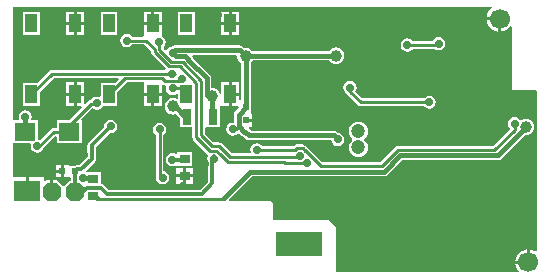
<source format=gbl>
G04 Layer_Physical_Order=2*
G04 Layer_Color=16711680*
%FSLAX25Y25*%
%MOIN*%
G70*
G01*
G75*
%ADD10R,0.01969X0.02362*%
%ADD11R,0.02362X0.01969*%
%ADD12R,0.03543X0.03150*%
%ADD43C,0.00984*%
%ADD44C,0.01181*%
%ADD45C,0.01575*%
%ADD49C,0.03937*%
%ADD50R,0.15748X0.07874*%
%ADD51R,0.09055X0.07087*%
%ADD52C,0.04724*%
%ADD53C,0.06693*%
G04:AMPARAMS|DCode=54|XSize=59.06mil|YSize=59.06mil|CornerRadius=0mil|HoleSize=0mil|Usage=FLASHONLY|Rotation=90.000|XOffset=0mil|YOffset=0mil|HoleType=Round|Shape=Octagon|*
%AMOCTAGOND54*
4,1,8,0.01476,0.02953,-0.01476,0.02953,-0.02953,0.01476,-0.02953,-0.01476,-0.01476,-0.02953,0.01476,-0.02953,0.02953,-0.01476,0.02953,0.01476,0.01476,0.02953,0.0*
%
%ADD54OCTAGOND54*%

%ADD55C,0.02756*%
%ADD56C,0.01969*%
%ADD57R,0.03150X0.05512*%
%ADD58R,0.03937X0.05906*%
%ADD59R,0.06890X0.05906*%
G36*
X44620Y-26165D02*
Y-29618D01*
X50557D01*
Y-27040D01*
X51057Y-26773D01*
X51240Y-26895D01*
X51739Y-26995D01*
X51848D01*
X52158Y-27495D01*
X52027Y-28151D01*
X52195Y-28996D01*
X52674Y-29712D01*
X53390Y-30191D01*
X54235Y-30359D01*
X55080Y-30191D01*
X55602Y-29842D01*
X56102Y-30085D01*
Y-31475D01*
X55602Y-31697D01*
X55050Y-31469D01*
X54331Y-31374D01*
X53611Y-31469D01*
X52941Y-31746D01*
X52365Y-32188D01*
X51923Y-32764D01*
X51646Y-33434D01*
X51551Y-34154D01*
X51646Y-34873D01*
X51923Y-35543D01*
X52365Y-36119D01*
X52941Y-36561D01*
X53611Y-36838D01*
X54331Y-36933D01*
X55050Y-36838D01*
X55252Y-36755D01*
X56595Y-38098D01*
Y-41142D01*
X60802D01*
Y-44488D01*
X60901Y-44987D01*
X61184Y-45411D01*
X65708Y-49935D01*
X66131Y-50218D01*
X66166Y-50301D01*
X65877Y-50732D01*
X65709Y-51577D01*
X65877Y-52422D01*
X66115Y-52778D01*
Y-59261D01*
X63394Y-61981D01*
X33062D01*
X31308Y-60227D01*
X30853Y-59922D01*
X30413Y-59835D01*
Y-56102D01*
X25457D01*
X25218Y-55634D01*
X28257Y-52595D01*
X28562Y-52139D01*
X28669Y-51601D01*
Y-47731D01*
X33380Y-43020D01*
X33565Y-43056D01*
X34409Y-42888D01*
X35126Y-42410D01*
X35604Y-41693D01*
X35772Y-40848D01*
X35604Y-40004D01*
X35126Y-39287D01*
X34409Y-38809D01*
X33565Y-38641D01*
X32720Y-38809D01*
X32004Y-39287D01*
X31525Y-40004D01*
X31357Y-40848D01*
X31394Y-41033D01*
X26270Y-46156D01*
X25966Y-46612D01*
X25859Y-47149D01*
Y-51020D01*
X23103Y-53776D01*
X22260D01*
X21723Y-53883D01*
X21641Y-53937D01*
X20034D01*
X19622Y-53724D01*
X19352Y-53724D01*
X17941D01*
Y-55709D01*
Y-57693D01*
X19622D01*
X19749Y-57628D01*
X20249Y-57932D01*
Y-59055D01*
X19783D01*
X18268Y-60570D01*
X17831Y-60720D01*
X17646Y-60536D01*
X15854Y-58744D01*
X14378D01*
Y-62697D01*
X13378D01*
Y-58744D01*
X11902D01*
X11698Y-58947D01*
X11236Y-58756D01*
Y-57760D01*
X6209D01*
Y-62303D01*
X5209D01*
Y-57760D01*
X1083D01*
Y-46260D01*
X6785D01*
X7082Y-46760D01*
X6946Y-47443D01*
X7114Y-48288D01*
X7593Y-49004D01*
X8309Y-49483D01*
X9154Y-49651D01*
X9999Y-49483D01*
X10715Y-49004D01*
X11194Y-48288D01*
X11281Y-47847D01*
X15051Y-44077D01*
X15551Y-44284D01*
Y-46260D01*
X24016D01*
Y-38780D01*
X24016Y-38780D01*
X24016D01*
X23835Y-38344D01*
X27509Y-34671D01*
X27531D01*
X28192Y-35112D01*
X29037Y-35280D01*
X29882Y-35112D01*
X30598Y-34634D01*
X31077Y-33917D01*
X31088Y-33858D01*
X35778D01*
Y-29207D01*
X38877Y-26108D01*
X44144D01*
X44620Y-26165D01*
D02*
G37*
G36*
X160755Y-1386D02*
X160187Y-1821D01*
X159491Y-2729D01*
X159053Y-3787D01*
X158969Y-4421D01*
X163287D01*
Y-4921D01*
X163787D01*
Y-9239D01*
X164422Y-9156D01*
X165479Y-8718D01*
X166387Y-8021D01*
X166823Y-7454D01*
X167323Y-7623D01*
Y-28543D01*
X175434D01*
X175787Y-28897D01*
X175701Y-82278D01*
X175252Y-82498D01*
X175027Y-82325D01*
X173969Y-81888D01*
X173335Y-81804D01*
Y-86122D01*
X172835D01*
Y-86622D01*
X168517D01*
X168600Y-87257D01*
X169038Y-88314D01*
X169540Y-88968D01*
X169294Y-89468D01*
X108661D01*
Y-74311D01*
X106398Y-72047D01*
X87992D01*
X87697Y-71752D01*
Y-66535D01*
X87106Y-65847D01*
X73065D01*
X72874Y-65385D01*
X80747Y-57511D01*
X124692D01*
X124692Y-57511D01*
X125306Y-57389D01*
X125827Y-57041D01*
X130770Y-52098D01*
X162598D01*
X162598Y-52098D01*
X163213Y-51976D01*
X163734Y-51627D01*
X171598Y-43764D01*
X172047Y-43823D01*
X172767Y-43728D01*
X173437Y-43451D01*
X174013Y-43009D01*
X174454Y-42433D01*
X174732Y-41763D01*
X174827Y-41043D01*
X174732Y-40324D01*
X174454Y-39654D01*
X174013Y-39078D01*
X173437Y-38636D01*
X172767Y-38358D01*
X172047Y-38264D01*
X171328Y-38358D01*
X170657Y-38636D01*
X170509Y-38750D01*
X170015Y-38669D01*
X169770Y-38301D01*
X169053Y-37822D01*
X168209Y-37654D01*
X167364Y-37822D01*
X166648Y-38301D01*
X166169Y-39017D01*
X166001Y-39862D01*
X166169Y-40707D01*
X166648Y-41423D01*
X166667Y-41625D01*
X160975Y-47317D01*
X129331D01*
X128832Y-47417D01*
X128408Y-47700D01*
X123377Y-52731D01*
X104119D01*
X99270Y-47883D01*
X98980Y-47689D01*
X98501Y-47210D01*
X98078Y-46927D01*
X97579Y-46828D01*
X95541D01*
X95041Y-46927D01*
X94618Y-47210D01*
X94449Y-47379D01*
X84069D01*
X83897Y-47122D01*
X83181Y-46644D01*
X82336Y-46476D01*
X81491Y-46644D01*
X80775Y-47122D01*
X80296Y-47839D01*
X80128Y-48684D01*
X80259Y-49340D01*
X79949Y-49840D01*
X73892D01*
X70568Y-46515D01*
X70144Y-46232D01*
X69645Y-46133D01*
X67823D01*
X64986Y-43295D01*
Y-41530D01*
X65256Y-41142D01*
X69980D01*
Y-34128D01*
X70457Y-34071D01*
X70480Y-34071D01*
X72925D01*
Y-30118D01*
Y-26165D01*
X70457D01*
Y-29766D01*
X69957Y-29866D01*
X69730Y-29319D01*
X69288Y-28743D01*
X68713Y-28301D01*
X68042Y-28024D01*
X67323Y-27929D01*
X67157Y-27783D01*
Y-24816D01*
X67157Y-24816D01*
X67035Y-24202D01*
X66686Y-23681D01*
X66686Y-23681D01*
X60963Y-17957D01*
X60932Y-17804D01*
X60768Y-17558D01*
X61036Y-17058D01*
X75445D01*
X75764Y-17421D01*
X75858Y-18141D01*
X76136Y-18811D01*
X76578Y-19387D01*
X77036Y-19738D01*
Y-32059D01*
X77034Y-32065D01*
X76894Y-32176D01*
X76394Y-31935D01*
Y-30618D01*
X73925D01*
Y-34071D01*
X76061D01*
X76269Y-34571D01*
X75093Y-35747D01*
X74745Y-36268D01*
X74623Y-36882D01*
X74623Y-36882D01*
Y-39277D01*
X74311Y-39533D01*
X73466Y-39701D01*
X72750Y-40179D01*
X72271Y-40896D01*
X72103Y-41741D01*
X72271Y-42585D01*
X72750Y-43302D01*
X73466Y-43780D01*
X74311Y-43948D01*
X75156Y-43780D01*
X75872Y-43302D01*
X75909Y-43246D01*
X76407Y-43197D01*
X76971Y-43761D01*
X76971Y-43761D01*
X77491Y-44109D01*
X77782Y-44167D01*
X78549Y-44935D01*
X78549Y-44935D01*
X79070Y-45283D01*
X79685Y-45405D01*
X79685Y-45405D01*
X107089D01*
X107212Y-46022D01*
X107691Y-46738D01*
X108407Y-47217D01*
X109252Y-47385D01*
X110097Y-47217D01*
X110813Y-46738D01*
X111292Y-46022D01*
X111460Y-45177D01*
X111292Y-44332D01*
X110813Y-43616D01*
X110097Y-43137D01*
X109331Y-42985D01*
X109009Y-42664D01*
X108489Y-42316D01*
X107874Y-42193D01*
X107874Y-42194D01*
X80350D01*
X79647Y-41490D01*
X79573Y-41441D01*
X79724Y-40941D01*
X80626D01*
Y-39260D01*
X78642D01*
Y-38260D01*
X80626D01*
Y-36579D01*
X80626D01*
X80413Y-36437D01*
Y-32500D01*
X80247D01*
Y-19587D01*
X80509Y-19387D01*
X80935Y-18831D01*
X106425D01*
X106701Y-19191D01*
X107277Y-19633D01*
X107947Y-19910D01*
X108667Y-20005D01*
X109386Y-19910D01*
X110057Y-19633D01*
X110632Y-19191D01*
X111074Y-18615D01*
X111352Y-17945D01*
X111446Y-17225D01*
X111352Y-16506D01*
X111074Y-15835D01*
X110632Y-15260D01*
X110057Y-14818D01*
X109386Y-14540D01*
X108667Y-14446D01*
X107947Y-14540D01*
X107277Y-14818D01*
X106701Y-15260D01*
X106425Y-15620D01*
X80635D01*
X80509Y-15456D01*
X79933Y-15014D01*
X79263Y-14736D01*
X78543Y-14642D01*
X78094Y-14701D01*
X77710Y-14317D01*
X77189Y-13969D01*
X76575Y-13847D01*
X76575Y-13847D01*
X55118D01*
X54504Y-13969D01*
X54391Y-14044D01*
X54331Y-14032D01*
X53486Y-14200D01*
X52770Y-14679D01*
X52378Y-15266D01*
X51817Y-15412D01*
X51356Y-14951D01*
X51367Y-14357D01*
X51845Y-13641D01*
X52013Y-12796D01*
X51845Y-11951D01*
X51367Y-11235D01*
X50793Y-10851D01*
X50609Y-10537D01*
X50557Y-10267D01*
Y-6996D01*
X44620D01*
Y-10401D01*
X44620Y-10449D01*
X44504Y-10901D01*
X40711D01*
X40539Y-10644D01*
X39823Y-10166D01*
X38978Y-9997D01*
X38133Y-10166D01*
X37417Y-10644D01*
X36939Y-11360D01*
X36770Y-12205D01*
X36939Y-13050D01*
X37417Y-13767D01*
X38133Y-14245D01*
X38978Y-14413D01*
X39823Y-14245D01*
X40539Y-13767D01*
X40711Y-13510D01*
X44834D01*
X46926Y-15602D01*
Y-15898D01*
X47025Y-16397D01*
X47308Y-16820D01*
X51912Y-21424D01*
X51705Y-21924D01*
X14075D01*
X13576Y-22023D01*
X13152Y-22306D01*
X9080Y-26378D01*
X4429D01*
Y-33858D01*
X9941D01*
Y-29207D01*
X14615Y-24533D01*
X36109D01*
X36300Y-24995D01*
X34917Y-26378D01*
X30266D01*
Y-30734D01*
X29766Y-31010D01*
X29037Y-30865D01*
X28192Y-31033D01*
X27476Y-31511D01*
X27108Y-32061D01*
X26969D01*
X26469Y-32161D01*
X26046Y-32444D01*
X25182Y-33307D01*
X24721Y-33116D01*
Y-30618D01*
X22252D01*
Y-34071D01*
X23765D01*
X23957Y-34533D01*
X19710Y-38780D01*
X15551D01*
Y-41215D01*
X14764D01*
X14265Y-41314D01*
X13841Y-41597D01*
X10020Y-45418D01*
X9999Y-45404D01*
X9252Y-45255D01*
Y-38780D01*
X7489D01*
X7190Y-38280D01*
X7326Y-37598D01*
X7158Y-36754D01*
X6679Y-36037D01*
X5963Y-35559D01*
X5118Y-35391D01*
X4273Y-35559D01*
X3557Y-36037D01*
X3078Y-36754D01*
X2910Y-37598D01*
X3046Y-38280D01*
X2747Y-38780D01*
X1083D01*
Y-1083D01*
X1280Y-886D01*
X160585D01*
X160755Y-1386D01*
D02*
G37*
%LPC*%
G36*
X21252Y-30618D02*
X18783D01*
Y-34071D01*
X21252D01*
Y-30618D01*
D02*
G37*
G36*
X113386Y-25647D02*
X112541Y-25815D01*
X111825Y-26293D01*
X111346Y-27009D01*
X111178Y-27854D01*
X111346Y-28699D01*
X111825Y-29416D01*
X112163Y-29641D01*
X112180Y-29732D01*
X112463Y-30155D01*
X116007Y-33698D01*
X116430Y-33981D01*
X116929Y-34080D01*
X138097D01*
X138268Y-34337D01*
X138984Y-34815D01*
X139829Y-34983D01*
X140674Y-34815D01*
X141390Y-34337D01*
X141869Y-33621D01*
X142037Y-32776D01*
X141869Y-31931D01*
X141390Y-31214D01*
X140674Y-30736D01*
X139829Y-30568D01*
X138984Y-30736D01*
X138268Y-31214D01*
X138097Y-31471D01*
X117470D01*
X115134Y-29136D01*
X115426Y-28699D01*
X115594Y-27854D01*
X115426Y-27009D01*
X114947Y-26293D01*
X114231Y-25815D01*
X113386Y-25647D01*
D02*
G37*
G36*
X60827Y-49409D02*
X55709D01*
Y-49718D01*
X55209Y-49985D01*
X54981Y-49833D01*
X54137Y-49665D01*
X53292Y-49833D01*
X52575Y-50311D01*
X52097Y-51028D01*
X51929Y-51873D01*
X52097Y-52718D01*
X52575Y-53434D01*
X53292Y-53912D01*
X54137Y-54080D01*
X54981Y-53912D01*
X55209Y-53760D01*
X55709Y-54028D01*
Y-54134D01*
X60827D01*
Y-49409D01*
D02*
G37*
G36*
X21252Y-26165D02*
X18783D01*
Y-29618D01*
X21252D01*
Y-26165D01*
D02*
G37*
G36*
X50557Y-30618D02*
X48089D01*
Y-34071D01*
X50557D01*
Y-30618D01*
D02*
G37*
G36*
X47089D02*
X44620D01*
Y-34071D01*
X47089D01*
Y-30618D01*
D02*
G37*
G36*
X116142Y-39244D02*
X115320Y-39353D01*
X114553Y-39670D01*
X113895Y-40175D01*
X113391Y-40833D01*
X113073Y-41599D01*
X112965Y-42421D01*
X113073Y-43244D01*
X113391Y-44010D01*
X113895Y-44668D01*
X114170Y-44878D01*
Y-45378D01*
X113895Y-45588D01*
X113391Y-46246D01*
X113073Y-47012D01*
X112965Y-47835D01*
X113073Y-48657D01*
X113391Y-49423D01*
X113895Y-50081D01*
X114553Y-50586D01*
X115320Y-50903D01*
X116142Y-51011D01*
X116964Y-50903D01*
X117730Y-50586D01*
X118388Y-50081D01*
X118893Y-49423D01*
X119210Y-48657D01*
X119318Y-47835D01*
X119210Y-47012D01*
X118893Y-46246D01*
X118388Y-45588D01*
X118114Y-45378D01*
Y-44878D01*
X118388Y-44668D01*
X118893Y-44010D01*
X119210Y-43244D01*
X119318Y-42421D01*
X119210Y-41599D01*
X118893Y-40833D01*
X118388Y-40175D01*
X117730Y-39670D01*
X116964Y-39353D01*
X116142Y-39244D01*
D02*
G37*
G36*
X57768Y-57784D02*
X55496D01*
Y-59858D01*
X57768D01*
Y-57784D01*
D02*
G37*
G36*
X61039D02*
X58768D01*
Y-59858D01*
X61039D01*
Y-57784D01*
D02*
G37*
G36*
X172335Y-81804D02*
X171700Y-81888D01*
X170643Y-82325D01*
X169735Y-83022D01*
X169038Y-83930D01*
X168600Y-84987D01*
X168517Y-85622D01*
X172335D01*
Y-81804D01*
D02*
G37*
G36*
X49893Y-39623D02*
X49049Y-39791D01*
X48332Y-40270D01*
X47854Y-40986D01*
X47686Y-41831D01*
X47854Y-42676D01*
X48332Y-43392D01*
X48589Y-43563D01*
Y-58063D01*
X48688Y-58562D01*
X48971Y-58985D01*
X49068Y-59050D01*
X49327Y-59438D01*
X50043Y-59917D01*
X50888Y-60085D01*
X51733Y-59917D01*
X52449Y-59438D01*
X52928Y-58722D01*
X53096Y-57877D01*
X52928Y-57032D01*
X52449Y-56316D01*
X51733Y-55837D01*
X51198Y-55731D01*
Y-43563D01*
X51455Y-43392D01*
X51933Y-42676D01*
X52101Y-41831D01*
X51933Y-40986D01*
X51455Y-40270D01*
X50738Y-39791D01*
X49893Y-39623D01*
D02*
G37*
G36*
X61039Y-54709D02*
X58768D01*
Y-56783D01*
X61039D01*
Y-54709D01*
D02*
G37*
G36*
X16941Y-53724D02*
X15260D01*
Y-55209D01*
X16941D01*
Y-53724D01*
D02*
G37*
G36*
Y-56209D02*
X15260D01*
Y-57693D01*
X16941D01*
Y-56209D01*
D02*
G37*
G36*
X57768Y-54709D02*
X55496D01*
Y-56783D01*
X57768D01*
Y-54709D01*
D02*
G37*
G36*
X24721Y-26165D02*
X22252D01*
Y-29618D01*
X24721D01*
Y-26165D01*
D02*
G37*
G36*
X21252Y-2543D02*
X18783D01*
Y-5996D01*
X21252D01*
Y-2543D01*
D02*
G37*
G36*
X24721D02*
X22252D01*
Y-5996D01*
X24721D01*
Y-2543D01*
D02*
G37*
G36*
X61614Y-2756D02*
X56102D01*
Y-10236D01*
X61614D01*
Y-2756D01*
D02*
G37*
G36*
X162787Y-5421D02*
X158969D01*
X159053Y-6056D01*
X159491Y-7113D01*
X160187Y-8021D01*
X161095Y-8718D01*
X162153Y-9156D01*
X162787Y-9239D01*
Y-5421D01*
D02*
G37*
G36*
X72925Y-2543D02*
X70457D01*
Y-5996D01*
X72925D01*
Y-2543D01*
D02*
G37*
G36*
X76394D02*
X73925D01*
Y-5996D01*
X76394D01*
Y-2543D01*
D02*
G37*
G36*
X47089D02*
X44620D01*
Y-5996D01*
X47089D01*
Y-2543D01*
D02*
G37*
G36*
X50557D02*
X48089D01*
Y-5996D01*
X50557D01*
Y-2543D01*
D02*
G37*
G36*
X21252Y-6996D02*
X18783D01*
Y-10449D01*
X21252D01*
Y-6996D01*
D02*
G37*
G36*
X24721D02*
X22252D01*
Y-10449D01*
X24721D01*
Y-6996D01*
D02*
G37*
G36*
X76394Y-26165D02*
X73925D01*
Y-29618D01*
X76394D01*
Y-26165D01*
D02*
G37*
G36*
X142913Y-10981D02*
X142069Y-11149D01*
X141352Y-11628D01*
X140874Y-12344D01*
X140867Y-12376D01*
X134213D01*
X134041Y-12120D01*
X133325Y-11641D01*
X132480Y-11473D01*
X131635Y-11641D01*
X130919Y-12120D01*
X130441Y-12836D01*
X130272Y-13681D01*
X130441Y-14526D01*
X130919Y-15242D01*
X131635Y-15721D01*
X132480Y-15889D01*
X133325Y-15721D01*
X134041Y-15242D01*
X134213Y-14986D01*
X141705D01*
X142069Y-15229D01*
X142913Y-15397D01*
X143758Y-15229D01*
X144474Y-14750D01*
X144953Y-14034D01*
X145121Y-13189D01*
X144953Y-12344D01*
X144474Y-11628D01*
X143758Y-11149D01*
X142913Y-10981D01*
D02*
G37*
G36*
X9941Y-2756D02*
X4429D01*
Y-10236D01*
X9941D01*
Y-2756D01*
D02*
G37*
G36*
X35778D02*
X30266D01*
Y-10236D01*
X35778D01*
Y-2756D01*
D02*
G37*
G36*
X72925Y-6996D02*
X70457D01*
Y-10449D01*
X72925D01*
Y-6996D01*
D02*
G37*
G36*
X76394D02*
X73925D01*
Y-10449D01*
X76394D01*
Y-6996D01*
D02*
G37*
%LPD*%
D10*
X78642Y-38760D02*
D03*
Y-34468D02*
D03*
D11*
X21732Y-55709D02*
D03*
X17441D02*
D03*
D12*
X58268Y-51772D02*
D03*
Y-57284D02*
D03*
X27854Y-58465D02*
D03*
Y-63976D02*
D03*
D43*
X75236Y-41741D02*
X76228Y-40748D01*
X74311Y-41741D02*
X75236D01*
X73352Y-51144D02*
X96009D01*
X69645Y-47438D02*
X73352Y-51144D01*
X67283Y-47438D02*
X69645D01*
X63681Y-43836D02*
X67283Y-47438D01*
X70079Y-50098D02*
X72699Y-52719D01*
X62106Y-44488D02*
Y-26243D01*
X68832Y-49012D02*
X69998Y-50179D01*
X66631Y-49012D02*
X68832D01*
X62106Y-44488D02*
X66631Y-49012D01*
X14075Y-23228D02*
X54132D01*
X54235Y-28151D02*
X56891D01*
X58858Y-30118D01*
X63681Y-43836D02*
Y-25591D01*
X57579Y-19488D02*
X63681Y-25591D01*
X57579Y-19488D02*
Y-19193D01*
X53101Y-20768D02*
X55807D01*
X56631Y-20768D02*
X62106Y-26243D01*
X53101Y-20768D02*
X56631D01*
X56894Y-25689D02*
X57483Y-25100D01*
X55151Y-25689D02*
X56894D01*
X55150Y-25690D02*
X55151Y-25689D01*
X54132Y-23228D02*
X54967D01*
X54131Y-23230D02*
X54132Y-23228D01*
X53753Y-19193D02*
X57579D01*
X49806Y-15246D02*
X53753Y-19193D01*
X51739Y-25690D02*
X55150D01*
X50852Y-24803D02*
X51739Y-25690D01*
X38337Y-24803D02*
X50852D01*
X72699Y-52719D02*
X91496D01*
X168209Y-41929D02*
Y-39862D01*
X129331Y-48622D02*
X161516D01*
X168209Y-41929D01*
X142421Y-13681D02*
X142913Y-13189D01*
X132480Y-13681D02*
X142421D01*
X103578Y-54035D02*
X123917D01*
X129331Y-48622D01*
X116929Y-32776D02*
X139829D01*
X113386Y-29232D02*
X116929Y-32776D01*
X113386Y-29232D02*
Y-27854D01*
X19980Y-40354D02*
X26969Y-33366D01*
X14764Y-42520D02*
X19783D01*
X9840Y-47443D02*
X14764Y-42520D01*
X9154Y-47443D02*
X9840D01*
X95541Y-48132D02*
X97579D01*
X98300Y-48853D01*
X98348Y-48805D02*
X103578Y-54035D01*
X98832Y-53054D02*
X98974Y-52911D01*
X33022Y-30118D02*
X38337Y-24803D01*
X94989Y-48684D02*
X95541Y-48132D01*
X82336Y-48684D02*
X94989D01*
X96009Y-51144D02*
X96560Y-50593D01*
X91496Y-52719D02*
X91831Y-53054D01*
X98832D01*
X49806Y-15246D02*
Y-12796D01*
X7185Y-30118D02*
X14075Y-23228D01*
X28743Y-33366D02*
X29037Y-33073D01*
X26969Y-33366D02*
X28743D01*
X38978Y-12205D02*
X45375D01*
X48231Y-15062D01*
Y-15898D02*
Y-15062D01*
Y-15898D02*
X53101Y-20768D01*
X53101Y-20768D01*
X29134Y-64764D02*
X29429Y-65059D01*
X70929D02*
X71224Y-64764D01*
X29429Y-65059D02*
X70929D01*
X49893Y-58063D02*
X50079Y-57877D01*
X50888D01*
X49893Y-58063D02*
Y-41831D01*
D44*
X72835Y-30709D02*
X73425Y-30118D01*
X54137Y-51873D02*
X57773D01*
X57874Y-51772D01*
X27264Y-51601D02*
Y-47149D01*
X67917Y-51577D02*
Y-50686D01*
X23685Y-55181D02*
X27264Y-51601D01*
Y-47149D02*
X33565Y-40848D01*
X22260Y-55181D02*
X23685D01*
X21654Y-55787D02*
X21732Y-55709D01*
X21654Y-62795D02*
Y-55787D01*
X21732Y-55709D02*
X22260Y-55181D01*
X24019Y-62795D02*
X25593Y-61221D01*
X30315D01*
X21654Y-62795D02*
X24019D01*
X67520Y-59842D02*
Y-51577D01*
X30315Y-61221D02*
X32480Y-63386D01*
X63976D01*
X67520Y-59842D01*
D45*
X67323Y-38287D02*
Y-32087D01*
Y-38287D02*
X67421Y-38386D01*
X54921Y-34154D02*
X59153Y-38386D01*
X54331Y-34154D02*
X54921D01*
X65551Y-30315D02*
X67323Y-32087D01*
X65551Y-30315D02*
Y-24816D01*
X59449Y-18714D02*
X65551Y-24816D01*
X59449Y-18714D02*
Y-18418D01*
X58353Y-17323D02*
X59449Y-18418D01*
X55413Y-17323D02*
X58353D01*
X54331Y-16240D02*
X55413Y-17323D01*
X76575Y-15453D02*
X78543Y-17421D01*
X55118Y-15453D02*
X76575D01*
X54331Y-16240D02*
X55118Y-15453D01*
X76228Y-40748D02*
X78106Y-42626D01*
X76228Y-40748D02*
Y-36882D01*
X130105Y-50492D02*
X162598D01*
X172047Y-41043D01*
X72225Y-5296D02*
X73425Y-6496D01*
X5118Y-40256D02*
Y-37598D01*
Y-40256D02*
X5217Y-40354D01*
X27854Y-57973D02*
X27956Y-58074D01*
X27857Y-58172D02*
X27956Y-58074D01*
X24312Y-58172D02*
X27857D01*
X124692Y-55905D02*
X130105Y-50492D01*
X80082Y-55905D02*
X124692D01*
X78543Y-17421D02*
X78739Y-17225D01*
X108667D01*
X27854Y-63484D02*
X29134Y-64764D01*
X71224D02*
X80082Y-55905D01*
X107874Y-43799D02*
X109252Y-45177D01*
X79685Y-43799D02*
X107874D01*
X78106Y-42626D02*
X78511D01*
X79685Y-43799D01*
X78543Y-17421D02*
X78642Y-17520D01*
Y-34468D02*
Y-17520D01*
X76228Y-36882D02*
X78642Y-34468D01*
D49*
X54331Y-34154D02*
D03*
X67323Y-30709D02*
D03*
X78543Y-17421D02*
D03*
X172047Y-41043D02*
D03*
X108667Y-17225D02*
D03*
D50*
X96260Y-79921D02*
D03*
D51*
X5709Y-62303D02*
D03*
D52*
X116142Y-47835D02*
D03*
Y-42421D02*
D03*
D53*
X163287Y-4921D02*
D03*
X172835Y-86122D02*
D03*
D54*
X13878Y-62697D02*
D03*
X21654Y-62795D02*
D03*
D55*
X57579Y-60728D02*
D03*
X74311Y-41741D02*
D03*
X57483Y-25100D02*
D03*
X54235Y-28151D02*
D03*
X54331Y-16240D02*
D03*
X54131Y-23230D02*
D03*
X103248Y-22736D02*
D03*
Y-27067D02*
D03*
Y-31398D02*
D03*
Y-35728D02*
D03*
Y-40059D02*
D03*
X98917Y-22736D02*
D03*
Y-27067D02*
D03*
Y-31398D02*
D03*
Y-35728D02*
D03*
Y-40059D02*
D03*
X94587Y-22736D02*
D03*
Y-27067D02*
D03*
Y-31398D02*
D03*
Y-35728D02*
D03*
Y-40059D02*
D03*
X90256Y-22736D02*
D03*
Y-27067D02*
D03*
Y-31398D02*
D03*
Y-35728D02*
D03*
Y-40059D02*
D03*
X85925Y-22736D02*
D03*
Y-27067D02*
D03*
Y-31398D02*
D03*
Y-35728D02*
D03*
Y-40059D02*
D03*
X168209Y-39862D02*
D03*
X142913Y-13189D02*
D03*
X132480Y-13681D02*
D03*
X41339Y-38583D02*
D03*
X9350Y-36909D02*
D03*
X43898Y-39272D02*
D03*
X49893Y-41831D02*
D03*
X38976Y-7874D02*
D03*
X26083Y-2657D02*
D03*
X157579Y-15551D02*
D03*
X138091Y-17520D02*
D03*
X139829Y-32776D02*
D03*
X117323Y-7677D02*
D03*
X42224Y-41043D02*
D03*
X146752Y-8268D02*
D03*
X144980Y-20866D02*
D03*
X173917Y-30118D02*
D03*
X165059Y-87598D02*
D03*
X136319D02*
D03*
X157677Y-31398D02*
D03*
X123228Y-49803D02*
D03*
X15157Y-2953D02*
D03*
X113386Y-27854D02*
D03*
X42323Y-32382D02*
D03*
X69390Y-3740D02*
D03*
X99606Y-7185D02*
D03*
X52067Y-2559D02*
D03*
X112598Y-11417D02*
D03*
X151378Y-33760D02*
D03*
X145768Y-33661D02*
D03*
X145669Y-27559D02*
D03*
X151279Y-27461D02*
D03*
X121063Y-46063D02*
D03*
X54137Y-51873D02*
D03*
X131004Y-17717D02*
D03*
X96560Y-50593D02*
D03*
X98974Y-52911D02*
D03*
X34843Y-17815D02*
D03*
X42421Y-28937D02*
D03*
X38978Y-12205D02*
D03*
X5118Y-37598D02*
D03*
X9154Y-47443D02*
D03*
X24705Y-50197D02*
D03*
X30512Y-50098D02*
D03*
X20079Y-50197D02*
D03*
X4429Y-50886D02*
D03*
X130118Y-29429D02*
D03*
X24312Y-58172D02*
D03*
X25492Y-42815D02*
D03*
X15256Y-47736D02*
D03*
X33366Y-45866D02*
D03*
X14665Y-30315D02*
D03*
X5315Y-22539D02*
D03*
Y-15748D02*
D03*
X82336Y-48684D02*
D03*
X165059Y-78839D02*
D03*
X161713Y-53937D02*
D03*
X141732Y-54331D02*
D03*
X165059Y-69488D02*
D03*
X64961Y-53445D02*
D03*
X73228Y-19094D02*
D03*
X67917Y-51577D02*
D03*
X109252Y-45177D02*
D03*
X51968Y-9252D02*
D03*
X49806Y-12796D02*
D03*
X14567Y-9350D02*
D03*
X33565Y-40848D02*
D03*
X29037Y-33073D02*
D03*
X42618Y-16043D02*
D03*
X42520Y-19783D02*
D03*
X50888Y-57877D02*
D03*
X72244Y-35925D02*
D03*
D56*
X45965Y-54528D02*
D03*
X41634D02*
D03*
X45965Y-50197D02*
D03*
X41634D02*
D03*
D57*
X58957Y-37598D02*
D03*
X67618D02*
D03*
D58*
X7185Y-6496D02*
D03*
Y-30118D02*
D03*
X21752D02*
D03*
Y-6496D02*
D03*
X58858D02*
D03*
Y-30118D02*
D03*
X73425D02*
D03*
Y-6496D02*
D03*
X33022D02*
D03*
Y-30118D02*
D03*
X47589D02*
D03*
Y-6496D02*
D03*
D59*
X5020Y-42520D02*
D03*
X19783D02*
D03*
M02*

</source>
